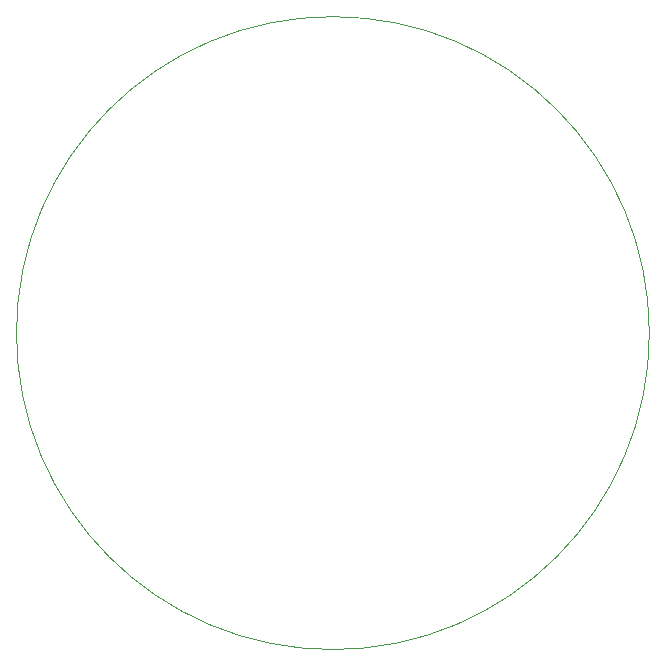
<source format=gbr>
%TF.GenerationSoftware,KiCad,Pcbnew,(6.0.4)*%
%TF.CreationDate,2024-01-19T15:56:56-08:00*%
%TF.ProjectId,Alpenglow_RadiantRainbow_PCB,416c7065-6e67-46c6-9f77-5f5261646961,rev?*%
%TF.SameCoordinates,Original*%
%TF.FileFunction,Profile,NP*%
%FSLAX46Y46*%
G04 Gerber Fmt 4.6, Leading zero omitted, Abs format (unit mm)*
G04 Created by KiCad (PCBNEW (6.0.4)) date 2024-01-19 15:56:56*
%MOMM*%
%LPD*%
G01*
G04 APERTURE LIST*
%TA.AperFunction,Profile*%
%ADD10C,0.100000*%
%TD*%
G04 APERTURE END LIST*
D10*
X171650100Y-100552000D02*
G75*
G03*
X171650100Y-100552000I-26792469J0D01*
G01*
M02*

</source>
